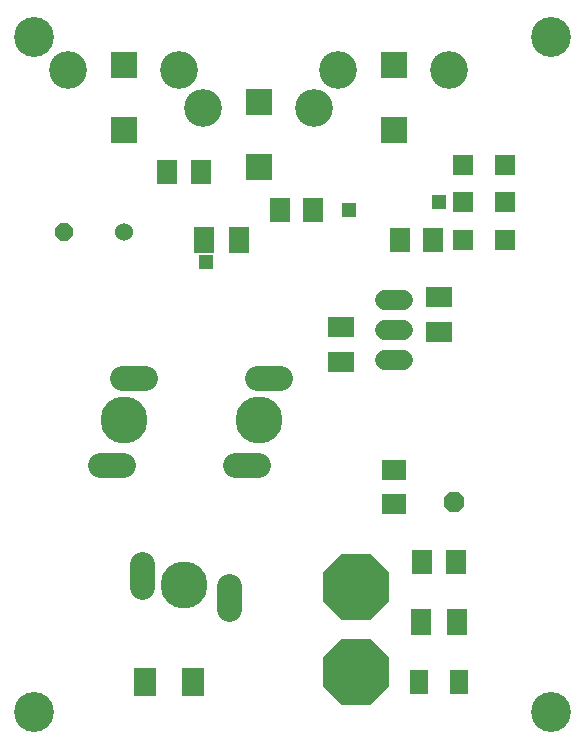
<source format=gts>
G75*
%MOIN*%
%OFA0B0*%
%FSLAX24Y24*%
%IPPOS*%
%LPD*%
%AMOC8*
5,1,8,0,0,1.08239X$1,22.5*
%
%ADD10C,0.1330*%
%ADD11R,0.0671X0.0671*%
%ADD12R,0.0907X0.0907*%
%ADD13C,0.1261*%
%ADD14OC8,0.0674*%
%ADD15R,0.0710X0.0790*%
%ADD16R,0.0790X0.0710*%
%ADD17R,0.0867X0.0671*%
%ADD18R,0.0671X0.0867*%
%ADD19R,0.0781X0.0930*%
%ADD20R,0.0631X0.0789*%
%ADD21OC8,0.0600*%
%ADD22C,0.0600*%
%ADD23C,0.0680*%
%ADD24C,0.1570*%
%ADD25C,0.0848*%
%ADD26OC8,0.2230*%
%ADD27R,0.0476X0.0476*%
D10*
X001350Y001350D03*
X018600Y001350D03*
X018600Y023850D03*
X001350Y023850D03*
D11*
X015661Y019600D03*
X015661Y018350D03*
X015661Y017100D03*
X017039Y017100D03*
X017039Y018350D03*
X017039Y019600D03*
D12*
X013350Y020767D03*
X013350Y022933D03*
X008850Y021683D03*
X008850Y019517D03*
X004350Y020767D03*
X004350Y022933D03*
D13*
X002500Y022752D03*
X006200Y022752D03*
X007000Y021502D03*
X010700Y021502D03*
X011500Y022752D03*
X015200Y022752D03*
D14*
X015350Y008350D03*
D15*
X015410Y006350D03*
X014290Y006350D03*
X014660Y017100D03*
X013540Y017100D03*
X010660Y018100D03*
X009540Y018100D03*
X006910Y019350D03*
X005790Y019350D03*
D16*
X013350Y009410D03*
X013350Y008290D03*
D17*
X011600Y013009D03*
X011600Y014191D03*
X014850Y014009D03*
X014850Y015191D03*
D18*
X008191Y017100D03*
X007009Y017100D03*
X014259Y004350D03*
X015441Y004350D03*
D19*
X006653Y002350D03*
X005051Y002350D03*
D20*
X014181Y002350D03*
X015519Y002350D03*
D21*
X002350Y017350D03*
D22*
X004350Y017350D03*
D23*
X013050Y015100D02*
X013650Y015100D01*
X013650Y014100D02*
X013050Y014100D01*
X013050Y013100D02*
X013650Y013100D01*
D24*
X008850Y011100D03*
X004350Y011100D03*
X006350Y005600D03*
D25*
X004950Y005532D02*
X004950Y006300D01*
X004318Y009600D02*
X003550Y009600D01*
X004282Y012500D02*
X005050Y012500D01*
X008050Y009600D02*
X008818Y009600D01*
X008782Y012500D02*
X009550Y012500D01*
X007850Y005568D02*
X007850Y004800D01*
D26*
X012100Y005517D03*
X012100Y002683D03*
D27*
X007100Y016350D03*
X011850Y018100D03*
X014850Y018350D03*
M02*

</source>
